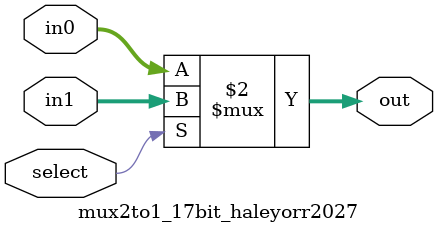
<source format=v>

module mux2to1_17bit_haleyorr2027(select, in0, in1, out);
   input         select;
   input  [16:0] in0, in1;
   output [16:0] out;
	
	assign out = (select == 1'b0) ? in0 : in1;

endmodule

</source>
